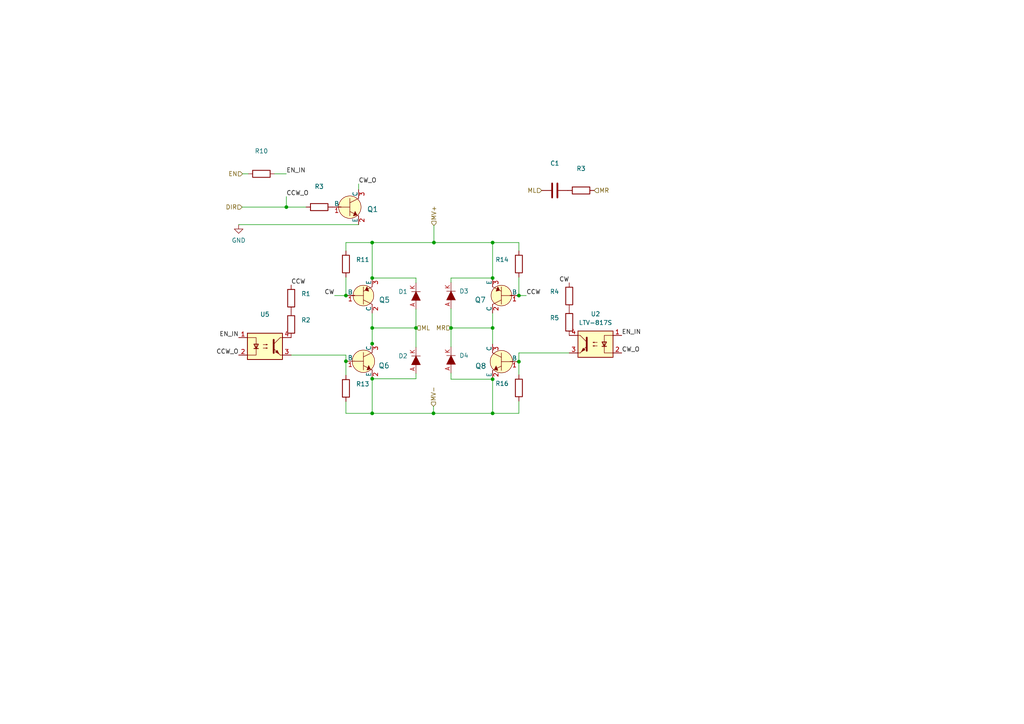
<source format=kicad_sch>
(kicad_sch (version 20211123) (generator eeschema)
  (paper "A4")
  (lib_symbols
    (symbol "Device:C" (pin_numbers hide) (pin_names (offset 0.254))
      (property "Reference" "C" (at 0.635 2.54 0))
      (property "Value" "C" (at 0.635 -2.54 0))
      (symbol "C_0_1"
        (polyline (pts (xy -2.032 -0.762) (xy 2.032 -0.762)) (stroke (width 0.508)))
        (polyline (pts (xy -2.032 0.762) (xy 2.032 0.762)) (stroke (width 0.508)))
      )
      (symbol "C_1_1"
        (pin passive line (at 0 3.81 270) (length 2.794) (name "~") (number "1"))
        (pin passive line (at 0 -3.81 90) (length 2.794) (name "~") (number "2"))
      )
    )
    (symbol "Device:R" (pin_numbers hide) (pin_names (offset 0))
      (property "Reference" "R" (at 2.032 0 90))
      (property "Value" "R" (at 0 0 90))
      (symbol "R_0_1"
        (rectangle (start -1.016 -2.54) (end 1.016 2.54) (stroke (width 0.254)))
      )
      (symbol "R_1_1"
        (pin passive line (at 0 3.81 270) (length 1.27) (name "~") (number "1"))
        (pin passive line (at 0 -3.81 90) (length 1.27) (name "~") (number "2"))
      )
    )
    (symbol "Isolator:LTV-817S" (pin_names (offset 1.016))
      (property "Reference" "U" (at -3.81 5.08 0))
      (property "Value" "LTV-817S" (at 0 -5.08 0))
      (symbol "LTV-817S_1_1"
        (rectangle (start -5.08 3.81) (end 5.08 -3.81) (stroke (width 0.254)) (fill (type background)))
        (polyline (pts (xy -3.175 -0.635) (xy -1.905 -0.635)) (stroke (width 0.254)))
        (polyline (pts (xy 2.54 0.635) (xy 4.445 2.54)))
        (polyline (pts (xy 4.445 -2.54) (xy 2.54 -0.635)) (fill (type outline)))
        (polyline (pts (xy 4.445 -2.54) (xy 5.08 -2.54)))
        (polyline (pts (xy 4.445 2.54) (xy 5.08 2.54)))
        (polyline (pts (xy -5.08 2.54) (xy -2.54 2.54) (xy -2.54 -0.762)))
        (polyline (pts (xy -2.54 -0.635) (xy -2.54 -2.54) (xy -5.08 -2.54)))
        (polyline (pts (xy 2.54 1.905) (xy 2.54 -1.905) (xy 2.54 -1.905)) (stroke (width 0.508)))
        (polyline (pts (xy -2.54 -0.635) (xy -3.175 0.635) (xy -1.905 0.635) (xy -2.54 -0.635)) (stroke (width 0.254)))
        (polyline (pts (xy -0.508 -0.508) (xy 0.762 -0.508) (xy 0.381 -0.635) (xy 0.381 -0.381) (xy 0.762 -0.508)))
        (polyline (pts (xy -0.508 0.508) (xy 0.762 0.508) (xy 0.381 0.381) (xy 0.381 0.635) (xy 0.762 0.508)))
        (polyline (pts (xy 3.048 -1.651) (xy 3.556 -1.143) (xy 4.064 -2.159) (xy 3.048 -1.651) (xy 3.048 -1.651)) (fill (type outline)))
        (pin passive line (at -7.62 2.54 0) (length 2.54) (name "~") (number "1"))
        (pin passive line (at -7.62 -2.54 0) (length 2.54) (name "~") (number "2"))
        (pin passive line (at 7.62 -2.54 180) (length 2.54) (name "~") (number "3"))
        (pin passive line (at 7.62 2.54 180) (length 2.54) (name "~") (number "4"))
      )
    )
    (symbol "dk_Diodes-Rectifiers-Single:SS14" (pin_names (offset 1.016))
      (property "Reference" "D" (at 1.27 2.54 0))
      (property "Value" "SS14" (at 1.27 -2.54 0))
      (symbol "SS14_0_1"
        (polyline (pts (xy 0 0) (xy 2.54 0)))
        (polyline (pts (xy 0 1.27) (xy 0 -1.27)))
        (polyline (pts (xy 2.54 1.27) (xy 2.54 -1.27) (xy 0 0) (xy 2.54 1.27)) (fill (type outline)))
      )
      (symbol "SS14_1_1"
        (pin passive line (at 5.08 0 180) (length 2.54) (name "~") (number "A"))
        (pin passive line (at -2.54 0 0) (length 2.54) (name "~") (number "K"))
      )
    )
    (symbol "dk_Transistors-Bipolar-BJT-Single:BC807-40_215" (pin_names (offset 0))
      (property "Reference" "Q" (at -2.3876 3.9116 0))
      (property "Value" "BC807-40_215" (at 5.08 0 90))
      (symbol "BC807-40_215_0_1"
        (polyline (pts (xy -3.81 0) (xy -2.54 0)))
        (polyline (pts (xy -3.556 0) (xy 0 0)))
        (polyline (pts (xy 0 -1.27) (xy 2.54 -2.54)))
        (polyline (pts (xy 0 1.27) (xy 2.54 2.54)))
        (polyline (pts (xy 0 2.54) (xy 0 -2.54)))
        (polyline (pts (xy 1.016 2.54) (xy 0.508 1.524) (xy 1.524 1.27) (xy 1.016 2.54)) (fill (type outline)))
        (circle (center 0 0) (radius 2.9972) (fill (type background)))
      )
      (symbol "BC807-40_215_1_1"
        (pin input line (at -5.08 0 0) (length 2.54) (name "B") (number "1"))
        (pin passive line (at 2.54 -5.08 90) (length 2.54) (name "C") (number "2"))
        (pin passive line (at 2.54 5.08 270) (length 2.54) (name "E") (number "3"))
      )
    )
    (symbol "dk_Transistors-Bipolar-BJT-Single:BC817-40_215" (pin_names (offset 0))
      (property "Reference" "Q" (at -3.2004 4.2164 0))
      (property "Value" "BC817-40_215" (at 5.2324 0 90))
      (symbol "BC817-40_215_0_1"
        (polyline (pts (xy -3.81 0) (xy -2.54 0)))
        (polyline (pts (xy -3.556 0) (xy 0 0)))
        (polyline (pts (xy 0 -1.27) (xy 2.54 -2.54)))
        (polyline (pts (xy 0 1.27) (xy 2.54 2.54)))
        (polyline (pts (xy 0 2.54) (xy 0 -2.54)))
        (polyline (pts (xy 1.524 -1.27) (xy 2.032 -2.286) (xy 1.016 -2.54) (xy 1.524 -1.27)) (fill (type outline)))
        (circle (center 0 0) (radius 3.2512) (fill (type background)))
      )
      (symbol "BC817-40_215_1_1"
        (pin input line (at -5.08 0 0) (length 2.54) (name "B") (number "1"))
        (pin passive line (at 2.54 -5.08 90) (length 2.54) (name "E") (number "2"))
        (pin passive line (at 2.54 5.08 270) (length 2.54) (name "C") (number "3"))
      )
    )
    (symbol "power:GND" (power) (pin_names (offset 0))
      (property "Value" "GND" (at 0 -3.81 0))
      (symbol "GND_0_1"
        (polyline (pts (xy 0 0) (xy 0 -1.27) (xy 1.27 -1.27) (xy 0 -2.54) (xy -1.27 -1.27) (xy 0 -1.27)))
      )
      (symbol "GND_1_1"
        (pin power_in line (at 0 0 270) (length 0) hide (name "GND") (number "1"))
      )
    )
  )
  (junction (at 107.95 99.695))
  (junction (at 125.73 119.888))
  (junction (at 142.875 70.358))
  (junction (at 100.33 104.775))
  (junction (at 107.95 80.645))
  (junction (at 142.875 95.123))
  (junction (at 142.875 109.982))
  (junction (at 142.875 80.645))
  (junction (at 125.857 70.358))
  (junction (at 142.875 119.888))
  (junction (at 130.81 95.123))
  (junction (at 107.95 109.855))
  (junction (at 107.95 95.123))
  (junction (at 107.95 70.358))
  (junction (at 150.495 85.725))
  (junction (at 100.33 85.725))
  (junction (at 83.058 60.071))
  (junction (at 107.95 119.888))
  (junction (at 120.65 95.123))
  (junction (at 150.495 104.902))
  (wire (pts (xy 142.875 90.805) (xy 142.875 95.123)))
  (wire (pts (xy 150.495 104.902) (xy 150.495 108.712)))
  (wire (pts (xy 130.81 109.982) (xy 142.875 109.982)))
  (wire (pts (xy 130.81 81.915) (xy 130.81 80.645)))
  (wire (pts (xy 100.33 116.459) (xy 100.33 119.888)))
  (wire (pts (xy 83.058 57.023) (xy 83.058 60.071)))
  (wire (pts (xy 150.495 85.725) (xy 152.654 85.725)))
  (wire (pts (xy 142.875 95.123) (xy 142.875 99.822)))
  (wire (pts (xy 150.495 102.362) (xy 150.495 104.902)))
  (wire (pts (xy 150.495 80.391) (xy 150.495 85.725)))
  (wire (pts (xy 142.875 70.358) (xy 150.495 70.358)))
  (wire (pts (xy 100.33 104.775) (xy 100.33 108.839)))
  (wire (pts (xy 130.81 80.645) (xy 142.875 80.645)))
  (wire (pts (xy 84.455 102.997) (xy 100.33 102.997)))
  (wire (pts (xy 120.65 108.331) (xy 120.65 109.855)))
  (wire (pts (xy 120.65 95.123) (xy 120.65 100.711)))
  (wire (pts (xy 70.358 50.419) (xy 72.009 50.419)))
  (wire (pts (xy 125.857 65.405) (xy 125.857 70.358)))
  (wire (pts (xy 100.33 119.888) (xy 107.95 119.888)))
  (wire (pts (xy 107.95 95.123) (xy 107.95 99.695)))
  (wire (pts (xy 97.028 85.725) (xy 100.33 85.725)))
  (wire (pts (xy 100.33 70.358) (xy 107.95 70.358)))
  (wire (pts (xy 125.73 119.888) (xy 142.875 119.888)))
  (wire (pts (xy 107.95 99.695) (xy 107.95 99.822)))
  (wire (pts (xy 79.629 50.419) (xy 83.058 50.419)))
  (wire (pts (xy 130.81 108.204) (xy 130.81 109.982)))
  (wire (pts (xy 150.495 70.358) (xy 150.495 72.771)))
  (wire (pts (xy 107.95 109.855) (xy 107.95 119.888)))
  (wire (pts (xy 100.33 102.997) (xy 100.33 104.775)))
  (wire (pts (xy 150.495 116.332) (xy 150.495 119.888)))
  (wire (pts (xy 150.495 102.362) (xy 165.1 102.362)))
  (wire (pts (xy 100.33 80.391) (xy 100.33 85.725)))
  (wire (pts (xy 142.875 70.358) (xy 142.875 80.645)))
  (wire (pts (xy 107.95 70.358) (xy 107.95 80.645)))
  (wire (pts (xy 100.33 70.358) (xy 100.33 72.771)))
  (wire (pts (xy 107.95 119.888) (xy 125.73 119.888)))
  (wire (pts (xy 120.65 89.662) (xy 120.65 95.123)))
  (wire (pts (xy 104.013 53.34) (xy 104.013 54.991)))
  (wire (pts (xy 130.81 95.123) (xy 130.81 100.584)))
  (wire (pts (xy 69.215 65.151) (xy 104.013 65.151)))
  (wire (pts (xy 107.95 90.805) (xy 107.95 95.123)))
  (wire (pts (xy 125.73 117.856) (xy 125.73 119.888)))
  (wire (pts (xy 70.231 60.071) (xy 83.058 60.071)))
  (wire (pts (xy 125.857 70.358) (xy 142.875 70.358)))
  (wire (pts (xy 107.95 95.123) (xy 120.65 95.123)))
  (wire (pts (xy 107.95 80.645) (xy 120.65 80.645)))
  (wire (pts (xy 130.81 95.123) (xy 142.875 95.123)))
  (wire (pts (xy 83.058 60.071) (xy 88.773 60.071)))
  (wire (pts (xy 120.65 80.645) (xy 120.65 82.042)))
  (wire (pts (xy 130.81 89.535) (xy 130.81 95.123)))
  (wire (pts (xy 107.95 70.358) (xy 125.857 70.358)))
  (wire (pts (xy 107.95 109.855) (xy 120.65 109.855)))
  (wire (pts (xy 142.875 119.888) (xy 150.495 119.888)))
  (wire (pts (xy 142.875 109.982) (xy 142.875 119.888)))
  (label "CCW_O" (at 69.215 102.997 180))
  (label "CW_O" (at 104.013 53.34 0))
  (label "EN_IN" (at 83.058 50.419 0))
  (label "CW_O" (at 180.34 102.362 0))
  (label "CCW" (at 84.455 82.677 0))
  (label "CCW" (at 152.654 85.725 0))
  (label "EN_IN" (at 180.34 97.282 0))
  (label "CW" (at 97.028 85.725 180))
  (label "EN_IN" (at 69.215 97.917 180))
  (label "CCW_O" (at 83.058 57.023 0))
  (label "CW" (at 165.1 82.042 180))
  (hierarchical_label "MV-" (shape input) (at 125.73 117.856 90))
  (hierarchical_label "ML" (shape input) (at 120.65 95.123 0))
  (hierarchical_label "EN" (shape input) (at 70.358 50.419 180))
  (hierarchical_label "MR" (shape input) (at 172.339 55.245 0))
  (hierarchical_label "ML" (shape input) (at 157.099 55.245 180))
  (hierarchical_label "MV+" (shape input) (at 125.857 65.405 90))
  (hierarchical_label "MR" (shape input) (at 130.81 95.123 180))
  (hierarchical_label "DIR" (shape input) (at 70.231 60.071 180))
  (symbol (lib_id "dk_Transistors-Bipolar-BJT-Single:BC807-40_215") (at 105.41 85.725 0) (unit 1)
    (property "Reference" "Q5" (at 109.855 86.995 0) (effects (font (size 1.524 1.524)) (justify left)))
    (property "Datasheet" "https://assets.nexperia.com/documents/data-sheet/BC807_BC807W_BC327.pdf" (effects hide))
    (property "Digi-Key_PN" "1727-2917-1-ND" (effects hide))
    (property "MPN" "BC807-40,215" (effects hide))
    (property "Category" "Discrete Semiconductor Products" (effects hide))
    (property "Family" "Transistors - Bipolar (BJT) - Single" (effects hide))
    (property "DK_Datasheet_Link" "https://assets.nexperia.com/documents/data-sheet/BC807_BC807W_BC327.pdf" (effects hide))
    (property "DK_Detail_Page" "/product-detail/en/nexperia-usa-inc/BC807-40,215/1727-2917-1-ND/763456" (effects hide))
    (property "Description" "TRANS PNP 45V 0.5A SOT23" (effects hide))
    (property "Manufacturer" "Nexperia USA Inc." (effects hide))
    (property "Status" "Active" (effects hide))
  )
  (symbol (lib_id "Device:R") (at 84.455 86.487 0) (unit 1)
    (property "Reference" "R1" (at 87.376 85.2169 0) (effects (justify left)))
  )
  (symbol (lib_id "Device:R") (at 168.529 55.245 90) (unit 1)
    (property "Reference" "R3" (at 168.529 48.895 90))
  )
  (symbol (lib_id "Device:R") (at 75.819 50.419 270) (unit 1)
    (property "Reference" "R10" (at 75.819 43.815 90))
  )
  (symbol (lib_id "dk_Diodes-Rectifiers-Single:SS14") (at 120.65 103.251 90) (mirror x) (unit 1)
    (property "Reference" "D2" (at 118.237 103.2509 90) (effects (justify left)))
    (property "Datasheet" "https://www.onsemi.com/pub/Collateral/SS19-D.PDF" (effects hide))
    (property "Digi-Key_PN" "SS14CT-ND" (effects hide))
    (property "MPN" "SS14" (effects hide))
    (property "Category" "Discrete Semiconductor Products" (effects hide))
    (property "Family" "Diodes - Rectifiers - Single" (effects hide))
    (property "DK_Datasheet_Link" "https://www.onsemi.com/pub/Collateral/SS19-D.PDF" (effects hide))
    (property "DK_Detail_Page" "/product-detail/en/on-semiconductor/SS14/SS14CT-ND/965729" (effects hide))
    (property "Description" "DIODE SCHOTTKY 40V 1A SMA" (effects hide))
    (property "Manufacturer" "ON Semiconductor" (effects hide))
    (property "Status" "Active" (effects hide))
  )
  (symbol (lib_id "Device:R") (at 92.583 60.071 270) (unit 1)
    (property "Reference" "R3" (at 92.583 54.102 90))
  )
  (symbol (lib_id "Device:R") (at 165.1 93.472 0) (mirror y) (unit 1)
    (property "Reference" "R5" (at 162.179 92.2019 0) (effects (justify left)))
  )
  (symbol (lib_id "Device:R") (at 100.33 112.649 0) (unit 1)
    (property "Reference" "R13" (at 103.251 111.3789 0) (effects (justify left)))
  )
  (symbol (lib_id "dk_Diodes-Rectifiers-Single:SS14") (at 130.81 84.455 270) (unit 1)
    (property "Reference" "D3" (at 133.223 84.4549 90) (effects (justify left)))
    (property "Datasheet" "https://www.onsemi.com/pub/Collateral/SS19-D.PDF" (effects hide))
    (property "Digi-Key_PN" "SS14CT-ND" (effects hide))
    (property "MPN" "SS14" (effects hide))
    (property "Category" "Discrete Semiconductor Products" (effects hide))
    (property "Family" "Diodes - Rectifiers - Single" (effects hide))
    (property "DK_Datasheet_Link" "https://www.onsemi.com/pub/Collateral/SS19-D.PDF" (effects hide))
    (property "DK_Detail_Page" "/product-detail/en/on-semiconductor/SS14/SS14CT-ND/965729" (effects hide))
    (property "Description" "DIODE SCHOTTKY 40V 1A SMA" (effects hide))
    (property "Manufacturer" "ON Semiconductor" (effects hide))
    (property "Status" "Active" (effects hide))
  )
  (symbol (lib_id "power:GND") (at 69.215 65.151 0) (unit 1)
    (property "Reference" "#PWR01" (effects hide))
    (property "Value" "GND" (at 69.215 69.723 0))
  )
  (symbol (lib_id "Device:R") (at 165.1 85.852 0) (mirror y) (unit 1)
    (property "Reference" "R4" (at 162.179 84.5819 0) (effects (justify left)))
  )
  (symbol (lib_id "Device:C") (at 160.909 55.245 90) (unit 1)
    (property "Reference" "C1" (at 160.909 47.371 90))
  )
  (symbol (lib_id "Isolator:LTV-817S") (at 172.72 99.822 0) (mirror y) (unit 1)
    (property "Reference" "U2" (at 172.72 91.059 0))
    (property "Value" "LTV-817S" (at 172.72 93.599 0))
    (property "Footprint" "Package_DIP:SMDIP-4_W9.53mm" (effects hide))
    (property "Datasheet" "http://www.us.liteon.com/downloads/LTV-817-827-847.PDF" (effects hide))
  )
  (symbol (lib_id "Device:R") (at 100.33 76.581 0) (unit 1)
    (property "Reference" "R11" (at 103.251 75.3109 0) (effects (justify left)))
  )
  (symbol (lib_id "Device:R") (at 150.495 112.522 0) (mirror y) (unit 1)
    (property "Reference" "R16" (at 147.574 111.2519 0) (effects (justify left)))
  )
  (symbol (lib_id "dk_Transistors-Bipolar-BJT-Single:BC817-40_215") (at 105.41 104.775 0) (unit 1)
    (property "Reference" "Q6" (at 109.728 106.045 0) (effects (font (size 1.524 1.524)) (justify left)))
    (property "Datasheet" "https://assets.nexperia.com/documents/data-sheet/BC817_SER.pdf" (effects hide))
    (property "Digi-Key_PN" "1727-2919-1-ND" (effects hide))
    (property "MPN" "BC817-40,215" (effects hide))
    (property "Category" "Discrete Semiconductor Products" (effects hide))
    (property "Family" "Transistors - Bipolar (BJT) - Single" (effects hide))
    (property "DK_Datasheet_Link" "https://assets.nexperia.com/documents/data-sheet/BC817_SER.pdf" (effects hide))
    (property "DK_Detail_Page" "/product-detail/en/nexperia-usa-inc/BC817-40,215/1727-2919-1-ND/763458" (effects hide))
    (property "Description" "TRANS NPN 45V 0.5A SOT23" (effects hide))
    (property "Manufacturer" "Nexperia USA Inc." (effects hide))
    (property "Status" "Active" (effects hide))
  )
  (symbol (lib_id "dk_Diodes-Rectifiers-Single:SS14") (at 130.81 103.124 270) (unit 1)
    (property "Reference" "D4" (at 133.223 103.1239 90) (effects (justify left)))
    (property "Datasheet" "https://www.onsemi.com/pub/Collateral/SS19-D.PDF" (effects hide))
    (property "Digi-Key_PN" "SS14CT-ND" (effects hide))
    (property "MPN" "SS14" (effects hide))
    (property "Category" "Discrete Semiconductor Products" (effects hide))
    (property "Family" "Diodes - Rectifiers - Single" (effects hide))
    (property "DK_Datasheet_Link" "https://www.onsemi.com/pub/Collateral/SS19-D.PDF" (effects hide))
    (property "DK_Detail_Page" "/product-detail/en/on-semiconductor/SS14/SS14CT-ND/965729" (effects hide))
    (property "Description" "DIODE SCHOTTKY 40V 1A SMA" (effects hide))
    (property "Manufacturer" "ON Semiconductor" (effects hide))
    (property "Status" "Active" (effects hide))
  )
  (symbol (lib_id "dk_Transistors-Bipolar-BJT-Single:BC817-40_215") (at 145.415 104.902 0) (mirror y) (unit 1)
    (property "Reference" "Q8" (at 141.097 106.172 0) (effects (font (size 1.524 1.524)) (justify left)))
    (property "Datasheet" "https://assets.nexperia.com/documents/data-sheet/BC817_SER.pdf" (effects hide))
    (property "Digi-Key_PN" "1727-2919-1-ND" (effects hide))
    (property "MPN" "BC817-40,215" (effects hide))
    (property "Category" "Discrete Semiconductor Products" (effects hide))
    (property "Family" "Transistors - Bipolar (BJT) - Single" (effects hide))
    (property "DK_Datasheet_Link" "https://assets.nexperia.com/documents/data-sheet/BC817_SER.pdf" (effects hide))
    (property "DK_Detail_Page" "/product-detail/en/nexperia-usa-inc/BC817-40,215/1727-2919-1-ND/763458" (effects hide))
    (property "Description" "TRANS NPN 45V 0.5A SOT23" (effects hide))
    (property "Manufacturer" "Nexperia USA Inc." (effects hide))
    (property "Status" "Active" (effects hide))
  )
  (symbol (lib_id "dk_Diodes-Rectifiers-Single:SS14") (at 120.65 84.582 90) (mirror x) (unit 1)
    (property "Reference" "D1" (at 118.237 84.5819 90) (effects (justify left)))
    (property "Datasheet" "https://www.onsemi.com/pub/Collateral/SS19-D.PDF" (effects hide))
    (property "Digi-Key_PN" "SS14CT-ND" (effects hide))
    (property "MPN" "SS14" (effects hide))
    (property "Category" "Discrete Semiconductor Products" (effects hide))
    (property "Family" "Diodes - Rectifiers - Single" (effects hide))
    (property "DK_Datasheet_Link" "https://www.onsemi.com/pub/Collateral/SS19-D.PDF" (effects hide))
    (property "DK_Detail_Page" "/product-detail/en/on-semiconductor/SS14/SS14CT-ND/965729" (effects hide))
    (property "Description" "DIODE SCHOTTKY 40V 1A SMA" (effects hide))
    (property "Manufacturer" "ON Semiconductor" (effects hide))
    (property "Status" "Active" (effects hide))
  )
  (symbol (lib_id "Isolator:LTV-817S") (at 76.835 100.457 0) (unit 1)
    (property "Reference" "U5" (at 76.835 91.186 0))
    (property "Datasheet" "http://www.us.liteon.com/downloads/LTV-817-827-847.PDF" (effects hide))
  )
  (symbol (lib_id "Device:R") (at 150.495 76.581 0) (mirror y) (unit 1)
    (property "Reference" "R14" (at 147.574 75.3109 0) (effects (justify left)))
  )
  (symbol (lib_id "dk_Transistors-Bipolar-BJT-Single:BC817-40_215") (at 101.473 60.071 0) (unit 1)
    (property "Reference" "Q1" (at 106.426 60.706 0) (effects (font (size 1.524 1.524)) (justify left)))
    (property "Datasheet" "https://assets.nexperia.com/documents/data-sheet/BC817_SER.pdf" (effects hide))
    (property "Digi-Key_PN" "1727-2919-1-ND" (effects hide))
    (property "MPN" "BC817-40,215" (effects hide))
    (property "Category" "Discrete Semiconductor Products" (effects hide))
    (property "Family" "Transistors - Bipolar (BJT) - Single" (effects hide))
    (property "DK_Datasheet_Link" "https://assets.nexperia.com/documents/data-sheet/BC817_SER.pdf" (effects hide))
    (property "DK_Detail_Page" "/product-detail/en/nexperia-usa-inc/BC817-40,215/1727-2919-1-ND/763458" (effects hide))
    (property "Description" "TRANS NPN 45V 0.5A SOT23" (effects hide))
    (property "Manufacturer" "Nexperia USA Inc." (effects hide))
    (property "Status" "Active" (effects hide))
  )
  (symbol (lib_id "Device:R") (at 84.455 94.107 0) (unit 1)
    (property "Reference" "R2" (at 87.376 92.8369 0) (effects (justify left)))
  )
  (symbol (lib_id "dk_Transistors-Bipolar-BJT-Single:BC807-40_215") (at 145.415 85.725 0) (mirror y) (unit 1)
    (property "Reference" "Q7" (at 140.97 86.995 0) (effects (font (size 1.524 1.524)) (justify left)))
    (property "Datasheet" "https://assets.nexperia.com/documents/data-sheet/BC807_BC807W_BC327.pdf" (effects hide))
    (property "Digi-Key_PN" "1727-2917-1-ND" (effects hide))
    (property "MPN" "BC807-40,215" (effects hide))
    (property "Category" "Discrete Semiconductor Products" (effects hide))
    (property "Family" "Transistors - Bipolar (BJT) - Single" (effects hide))
    (property "DK_Datasheet_Link" "https://assets.nexperia.com/documents/data-sheet/BC807_BC807W_BC327.pdf" (effects hide))
    (property "DK_Detail_Page" "/product-detail/en/nexperia-usa-inc/BC807-40,215/1727-2917-1-ND/763456" (effects hide))
    (property "Description" "TRANS PNP 45V 0.5A SOT23" (effects hide))
    (property "Manufacturer" "Nexperia USA Inc." (effects hide))
    (property "Status" "Active" (effects hide))
  )
)
</source>
